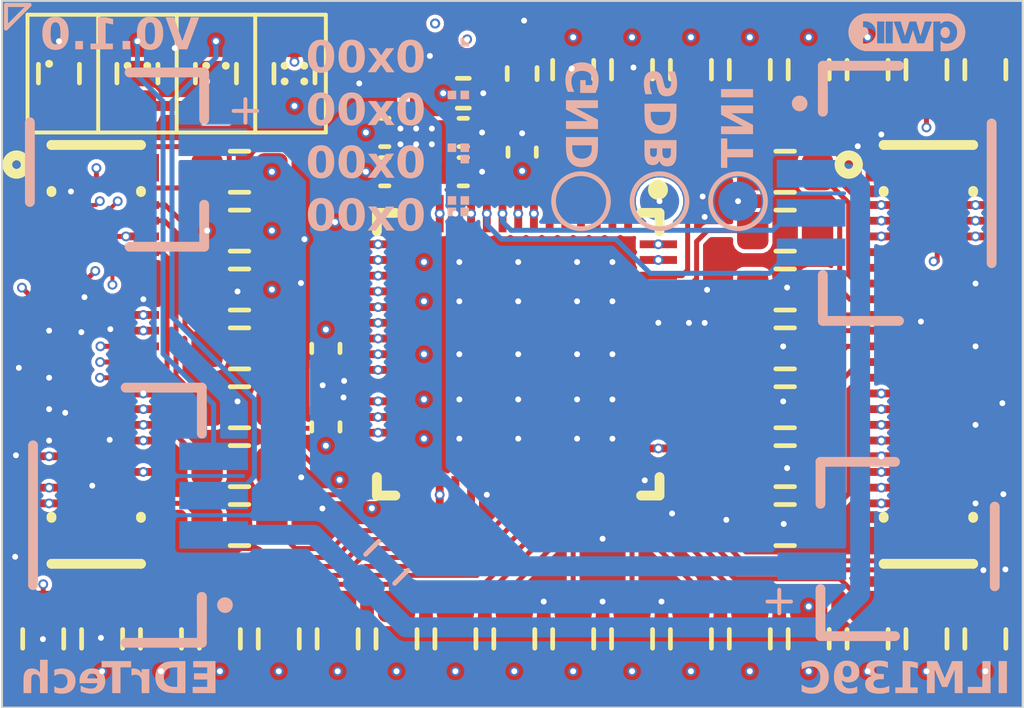
<source format=kicad_pcb>
(kicad_pcb (version 20241229) (generator "pcbnew") (generator_version "9.0")
  (title_block (title "ILM139CD") (date "27.4.2025.") (rev "V0.1.0") (company "EDrTech d.o.o."))
  (layers (0 "F.Cu" signal) (4 "In1.Cu" signal) (6 "In2.Cu" signal) (2 "B.Cu" signal) (13 "F.Paste" user) (15 "B.Paste" user) (5 "F.SilkS" user "F.Silkscreen") (7 "B.SilkS" user "B.Silkscreen") (1 "F.Mask" user) (3 "B.Mask" user) (25 "Edge.Cuts" user))
  (net 0 "")
  (net 1 "SCL")
  (net 2 "GND")
  (net 3 "SDA")
  (net 4 "VCC")
  (net 5 "CS16")
  (net 6 "SW1")
  (net 7 "INTB")
  (net 8 "CS14")
  (net 9 "CS23")
  (net 10 "CS38")
  (net 11 "CS15")
  (net 12 "CS4")
  (net 13 "CS30")
  (net 14 "SW3")
  (net 15 "CS5")
  (net 16 "CS17")
  (net 17 "CS31")
  (net 18 "CS24")
  (net 19 "Net-(U1-ISET)")
  (net 20 "CS10")
  (net 21 "SW5")
  (net 22 "CS2")
  (net 23 "CS12")
  (net 24 "CS37")
  (net 25 "CS29")
  (net 26 "SW2")
  (net 27 "CS34")
  (net 28 "SW7")
  (net 29 "CS39")
  (net 30 "CS26")
  (net 31 "CS28")
  (net 32 "CS20")
  (net 33 "SW9")
  (net 34 "CS1")
  (net 35 "SW4")
  (net 36 "CS32")
  (net 37 "SDB")
  (net 38 "CS3")
  (net 39 "CS22")
  (net 40 "CS19")
  (net 41 "CS36")
  (net 42 "CS27")
  (net 43 "CS9")
  (net 44 "CS33")
  (net 45 "CS13")
  (net 46 "CS18")
  (net 47 "CS25")
  (net 48 "CS8")
  (net 49 "SW8")
  (net 50 "CS11")
  (net 51 "CS21")
  (net 52 "CS7")
  (net 53 "CS6")
  (net 54 "CS35")
  (net 55 "SW6")
  (net 56 "S1")
  (net 57 "S2")
  (net 58 "S3")
  (net 59 "S6")
  (net 60 "S5")
  (net 61 "S4")
  (net 62 "S9")
  (net 63 "S8")
  (net 64 "S7")
  (net 65 "S18")
  (net 66 "S17")
  (net 67 "S16")
  (net 68 "S15")
  (net 69 "S14")
  (net 70 "S13")
  (net 71 "S12")
  (net 72 "S11")
  (net 73 "S10")
  (net 74 "S27")
  (net 75 "S26")
  (net 76 "S25")
  (net 77 "S24")
  (net 78 "S23")
  (net 79 "S22")
  (net 80 "S21")
  (net 81 "S20")
  (net 82 "S19")
  (net 83 "S36")
  (net 84 "S35")
  (net 85 "S34")
  (net 86 "S33")
  (net 87 "S32")
  (net 88 "S31")
  (net 89 "S30")
  (net 90 "S29")
  (net 91 "S28")
  (net 92 "S39")
  (net 93 "S38")
  (net 94 "S37")
  (net 103 "Net-(U1-ADDR)")
  (net 104 "3V3")
  (footprint "Resistor_SMD:R_0603_1608Metric" (layer "F.Cu") (at 109 53.608501 90)
    (property "Reference" "R28" (hide yes))
    (property "Value" "51" (hide yes))
  )
  (footprint "easyeda2kicad:CONN-SMD_40P-P0.40_AXE540127D" (layer "F.Cu") (at 92.35 60.856501 -90)
    (property "Reference" "CN6" (hide yes))
    (property "Value" "AXE540127D" (hide yes))
  )
  (footprint "Resistor_SMD:R_0402_1005Metric" (layer "F.Cu") (at 103.2 53.708501 -90)
    (property "Reference" "R40" (hide yes))
    (property "Value" "100K" (hide yes))
  )
  (footprint "Resistor_SMD:R_0603_1608Metric" (layer "F.Cu") (at 109.9 65.208501)
    (property "Reference" "R21" (hide yes))
    (property "Value" "20" (hide yes))
  )
  (footprint "Resistor_SMD:R_0603_1608Metric" (layer "F.Cu") (at 96 60.708501 180)
    (property "Reference" "R6" (hide yes))
    (property "Value" "20" (hide yes))
  )
  (footprint "Resistor_SMD:R_0603_1608Metric" (layer "F.Cu") (at 109.9 57.708501)
    (property "Reference" "R34" (hide yes))
    (property "Value" "51" (hide yes))
  )
  (footprint "Resistor_SMD:R_0603_1608Metric" (layer "F.Cu") (at 95.5 68.108501 -90)
    (property "Reference" "R17" (hide yes))
    (property "Value" "20" (hide yes))
  )
  (footprint "Resistor_SMD:R_0603_1608Metric" (layer "F.Cu") (at 107.5 68.108501 -90)
    (property "Reference" "R27" (hide yes))
    (property "Value" "20" (hide yes))
  )
  (footprint "Resistor_SMD:R_0603_1608Metric" (layer "F.Cu") (at 109.9 63.708501)
    (property "Reference" "R20" (hide yes))
    (property "Value" "20" (hide yes))
  )
  (footprint "Resistor_SMD:R_0603_1608Metric" (layer "F.Cu") (at 110.5 68.108501 -90)
    (property "Reference" "R25" (hide yes))
    (property "Value" "51" (hide yes))
  )
  (footprint "Resistor_SMD:R_0603_1608Metric" (layer "F.Cu") (at 109.9 56.208501)
    (property "Reference" "R33" (hide yes))
    (property "Value" "20" (hide yes))
  )
  (footprint "Resistor_SMD:R_0603_1608Metric" (layer "F.Cu") (at 91.4 53.708501 90)
    (property "Reference" "R42" (hide yes))
    (property "Value" "0" (hide yes))
  )
  (footprint "Resistor_SMD:R_0603_1608Metric" (layer "F.Cu") (at 94 68.108501 -90)
    (property "Reference" "R18" (hide yes))
    (property "Value" "20" (hide yes))
  )
  (footprint "Capacitor_SMD:C_0402_1005Metric" (layer "F.Cu") (at 98.2 62.708501 -90)
    (property "Reference" "C6" (hide yes))
    (property "Value" "100nF" (hide yes))
  )
  (footprint "Resistor_SMD:R_0603_1608Metric" (layer "F.Cu") (at 101.5 68.108501 -90)
    (property "Reference" "R13" (hide yes))
    (property "Value" "51" (hide yes))
  )
  (footprint "Resistor_SMD:R_0603_1608Metric" (layer "F.Cu") (at 93.4 53.708501 90)
    (property "Reference" "R43" (hide yes))
    (property "Value" "0" (hide yes))
  )
  (footprint "Resistor_SMD:R_0603_1608Metric" (layer "F.Cu") (at 104.5 53.608501 90)
    (property "Reference" "R37" (hide yes))
    (property "Value" "51" (hide yes))
  )
  (footprint "Capacitor_SMD:C_0402_1005Metric" (layer "F.Cu") (at 99.7 56.208501 180)
    (property "Reference" "C3" (hide yes))
    (property "Value" "1uF" (hide yes))
  )
  (footprint "Resistor_SMD:R_0603_1608Metric" (layer "F.Cu") (at 96 63.708501 180)
    (property "Reference" "R4" (hide yes))
    (property "Value" "51" (hide yes))
  )
  (footprint "Resistor_SMD:R_0603_1608Metric" (layer "F.Cu") (at 106 53.608501 90)
    (property "Reference" "R38" (hide yes))
    (property "Value" "20" (hide yes))
  )
  (footprint "Resistor_SMD:R_0603_1608Metric" (layer "F.Cu") (at 112 68.108501 -90)
    (property "Reference" "R24" (hide yes))
    (property "Value" "20" (hide yes))
  )
  (footprint "Resistor_SMD:R_0603_1608Metric" (layer "F.Cu") (at 96 56.208501 180)
    (property "Reference" "R1" (hide yes))
    (property "Value" "20" (hide yes))
  )
  (footprint "Resistor_SMD:R_0603_1608Metric" (layer "F.Cu") (at 96 65.208501 180)
    (property "Reference" "R9" (hide yes))
    (property "Value" "20" (hide yes))
  )
  (footprint "Resistor_SMD:R_0603_1608Metric" (layer "F.Cu") (at 115 68.108501 -90)
    (property "Reference" "R22" (hide yes))
    (property "Value" "51" (hide yes))
  )
  (footprint "Resistor_SMD:R_0603_1608Metric" (layer "F.Cu") (at 112 53.608501 90)
    (property "Reference" "R30" (hide yes))
    (property "Value" "20" (hide yes))
  )
  (footprint "Resistor_SMD:R_0603_1608Metric" (layer "F.Cu") (at 96 57.708501 180)
    (property "Reference" "R2" (hide yes))
    (property "Value" "20" (hide yes))
  )
  (footprint "Resistor_SMD:R_0603_1608Metric" (layer "F.Cu") (at 92.5 68.108501 -90)
    (property "Reference" "R7" (hide yes))
    (property "Value" "51" (hide yes))
  )
  (footprint "easyeda2kicad:QFN-60_L7.0-W7.0-P0.40-TL-EP5.3" (layer "F.Cu") (at 103.1 60.856501 -90)
    (property "Reference" "U1" (hide yes))
    (property "Value" "IS31FL3741A-QFLS4-TR" (hide yes))
  )
  (footprint "Resistor_SMD:R_0603_1608Metric" (layer "F.Cu") (at 109.9 59.208501)
    (property "Reference" "R35" (hide yes))
    (property "Value" "20" (hide yes))
  )
  (footprint "easyeda2kicad:CONN-SMD_40P-P0.40_AXE540127D" (layer "F.Cu") (at 113.55 60.856501 -90)
    (property "Reference" "CN5" (hide yes))
    (property "Value" "AXE540127D" (hide yes))
  )
  (footprint "Capacitor_SMD:C_0402_1005Metric" (layer "F.Cu") (at 101.7 56.208501)
    (property "Reference" "C2" (hide yes))
    (property "Value" "1uF" (hide yes))
  )
  (footprint "Resistor_SMD:R_0603_1608Metric" (layer "F.Cu") (at 100 68.108501 -90)
    (property "Reference" "R14" (hide yes))
    (property "Value" "20" (hide yes))
  )
  (footprint "Capacitor_SMD:C_0402_1005Metric" (layer "F.Cu") (at 101.7 55.208501)
    (property "Reference" "C1" (hide yes))
    (property "Value" "100nF" (hide yes))
  )
  (footprint "Resistor_SMD:R_0603_1608Metric" (layer "F.Cu") (at 109.9 62.208501)
    (property "Reference" "R19" (hide yes))
    (property "Value" "51" (hide yes))
  )
  (footprint "Resistor_SMD:R_0603_1608Metric" (layer "F.Cu") (at 96 62.208501 180)
    (property "Reference" "R5" (hide yes))
    (property "Value" "20" (hide yes))
  )
  (footprint "Resistor_SMD:R_0603_1608Metric" (layer "F.Cu") (at 96 59.208501 180)
    (property "Reference" "R3" (hide yes))
    (property "Value" "51" (hide yes))
  )
  (footprint "Resistor_SMD:R_0603_1608Metric" (layer "F.Cu") (at 110.5 53.608501 90)
    (property "Reference" "R29" (hide yes))
    (property "Value" "20" (hide yes))
  )
  (footprint "Resistor_SMD:R_0402_1005Metric" (layer "F.Cu") (at 101.7 54.208501 180)
    (property "Reference" "R41" (hide yes))
    (property "Value" "10K" (hide yes))
  )
  (footprint "Resistor_SMD:R_0603_1608Metric" (layer "F.Cu") (at 113.5 68.108501 -90)
    (property "Reference" "R23" (hide yes))
    (property "Value" "20" (hide yes))
  )
  (footprint "Resistor_SMD:R_0603_1608Metric" (layer "F.Cu") (at 106 68.108501 -90)
    (property "Reference" "R10" (hide yes))
    (property "Value" "51" (hide yes))
  )
  (footprint "Resistor_SMD:R_0603_1608Metric" (layer "F.Cu") (at 104.5 68.108501 -90)
    (property "Reference" "R11" (hide yes))
    (property "Value" "20" (hide yes))
  )
  (footprint "Resistor_SMD:R_0603_1608Metric" (layer "F.Cu") (at 103 68.108501 -90)
    (property "Reference" "R12" (hide yes))
    (property "Value" "20" (hide yes))
  )
  (footprint "Capacitor_SMD:C_0402_1005Metric" (layer "F.Cu") (at 103.2 55.708501 90)
    (property "Reference" "C7" (hide yes))
    (property "Value" "100nF" (hide yes))
  )
  (footprint "Resistor_SMD:R_0603_1608Metric" (layer "F.Cu") (at 107.5 53.608501 90)
    (property "Reference" "R39" (hide yes))
    (property "Value" "20" (hide yes))
  )
  (footprint "Capacitor_SMD:C_0402_1005Metric" (layer "F.Cu") (at 98.2 60.708501 90)
    (property "Reference" "C5" (hide yes))
    (property "Value" "1uF" (hide yes))
  )
  (footprint "Resistor_SMD:R_0603_1608Metric" (layer "F.Cu") (at 95.4 53.708501 90)
    (property "Reference" "R44" (hide yes))
    (property "Value" "0" (hide yes))
  )
  (footprint "Capacitor_SMD:C_0402_1005Metric" (layer "F.Cu") (at 99.7 55.208501 180)
    (property "Reference" "C4" (hide yes))
    (property "Value" "100nF" (hide yes))
  )
  (footprint "Resistor_SMD:R_0603_1608Metric" (layer "F.Cu") (at 97 68.108501 -90)
    (property "Reference" "R16" (hide yes))
    (property "Value" "51" (hide yes))
  )
  (footprint "Resistor_SMD:R_0603_1608Metric" (layer "F.Cu") (at 109.9 60.708501)
    (property "Reference" "R36" (hide yes))
    (property "Value" "20" (hide yes))
  )
  (footprint "Resistor_SMD:R_0603_1608Metric" (layer "F.Cu") (at 115 53.608501 90)
    (property "Reference" "R32" (hide yes))
    (property "Value" "20" (hide yes))
  )
  (footprint "Resistor_SMD:R_0603_1608Metric" (layer "F.Cu") (at 109 68.108501 -90)
    (property "Reference" "R26" (hide yes))
    (property "Value" "20" (hide yes))
  )
  (footprint "Resistor_SMD:R_0603_1608Metric" (layer "F.Cu") (at 113.5 53.608501 90)
    (property "Reference" "R31" (hide yes))
    (property "Value" "51" (hide yes))
  )
  (footprint "Resistor_SMD:R_0603_1608Metric" (layer "F.Cu") (at 98.5 68.108501 -90)
    (property "Reference" "R15" (hide yes))
    (property "Value" "20" (hide yes))
  )
  (footprint "Resistor_SMD:R_0603_1608Metric" (layer "F.Cu") (at 91 68.108501 -90)
    (property "Reference" "R8" (hide yes))
    (property "Value" "20" (hide yes))
  )
  (footprint "Resistor_SMD:R_0603_1608Metric" (layer "F.Cu") (at 97.4 53.708501 90)
    (property "Reference" "R45" (hide yes))
    (property "Value" "0" (hide yes))
  )
  (footprint "Resistor_SMD:R_0603_1608Metric" (layer "B.Cu") (at 99.75 66.158501 -135)
    (property "Reference" "R46" (hide yes))
    (property "Value" "0" (hide yes))
  )
  (footprint "TestPoint:TestPoint_Pad_D1.0mm" (layer "B.Cu") (at 108.7 56.958501 180)
    (property "Reference" "TP3" (hide yes))
    (property "Value" "TestPoint" (hide yes))
  )
  (footprint "TestPoint:TestPoint_Pad_D1.0mm" (layer "B.Cu") (at 106.7 56.958501 180)
    (property "Reference" "TP1" (hide yes))
    (property "Value" "TestPoint" (hide yes))
  )
  (footprint "TestPoint:TestPoint_Pad_D1.0mm" (layer "B.Cu") (at 104.7 56.958501 180)
    (property "Reference" "TP2" (hide yes))
    (property "Value" "TestPoint" (hide yes))
  )
  (footprint "easyeda2kicad:CONN-SMD_4P-P1.00_HCTL_HC-1.0-4PWT" (layer "B.Cu") (at 112.45 56.758501 -90)
    (property "Reference" "U2" (hide yes))
    (property "Value" "HC-1.0-4PWT-B-HW" (hide yes))
  )
  (footprint "easyeda2kicad:CONN-SMD_HC-1.0-2PWT" (layer "B.Cu") (at 112.45 65.758501 -90)
    (property "Reference" "CN2" (hide yes))
    (property "Value" "HC-1.0-2PWT" (hide yes))
  )
  (footprint "easyeda2kicad:CONN-SMD_HC-1.0-2PWT" (layer "B.Cu") (at 93.45 55.958501 90)
    (property "Reference" "CN1" (hide yes))
    (property "Value" "HC-1.0-2PWT" (hide yes))
  )
  (footprint "easyeda2kicad:CONN-SMD_4P-P1.00_HCTL_HC-1.0-4PWT" (layer "B.Cu") (at 93.45 64.958501 90)
    (property "Reference" "U3" (hide yes))
    (property "Value" "HC-1.0-4PWT-B-HW" (hide yes))
  )
  (footprint "easyeda2kicad:qwiic_3mm" (layer "B.Cu") (at 113 52.65 180)
    (property "Reference" "G***" (hide yes))
    (property "Value" "LOGO" (hide yes))
  )
  (gr_line (start 90.65 51.958501) (end 90.05 52.558501) (stroke (width 0.1)) (layer "F.SilkS"))
  (gr_circle (center 93.65 53.508501) (end 93.7 53.508501) (stroke (width 0.1)) (fill no) (layer "F.SilkS"))
  (gr_line (start 98.2 52.208501) (end 98.2 55.208501) (stroke (width 0.1)) (layer "F.SilkS"))
  (gr_circle (center 97.15 53.908501) (end 97.2 53.908501) (stroke (width 0.1)) (fill no) (layer "F.SilkS"))
  (gr_circle (center 91.15 53.458501) (end 91.2 53.458501) (stroke (width 0.1)) (fill no) (layer "F.SilkS"))
  (gr_line (start 94.4 52.208501) (end 94.4 55.208501) (stroke (width 0.1)) (layer "F.SilkS"))
  (gr_circle (center 95.15 53.908501) (end 95.2 53.908501) (stroke (width 0.1)) (fill no) (layer "F.SilkS"))
  (gr_circle (center 97.65 53.908501) (end 97.7 53.908501) (stroke (width 0.1)) (fill no) (layer "F.SilkS"))
  (gr_line (start 98.2 55.208501) (end 90.6 55.208501) (stroke (width 0.1)) (layer "F.SilkS"))
  (gr_line (start 92.4 52.208501) (end 92.4 55.208501) (stroke (width 0.1)) (layer "F.SilkS"))
  (gr_line (start 90.05 51.958501) (end 90.65 51.958501) (stroke (width 0.1)) (layer "F.SilkS"))
  (gr_circle (center 97.65 53.508501) (end 97.7 53.508501) (stroke (width 0.1)) (fill no) (layer "F.SilkS"))
  (gr_line (start 90.6 55.208501) (end 90.6 52.208501) (stroke (width 0.1)) (layer "F.SilkS"))
  (gr_circle (center 95.65 53.508501) (end 95.7 53.508501) (stroke (width 0.1)) (fill no) (layer "F.SilkS"))
  (gr_line (start 96.4 52.208501) (end 96.4 55.208501) (stroke (width 0.1)) (layer "F.SilkS"))
  (gr_line (start 90.05 52.558501) (end 90.05 51.958501) (stroke (width 0.1)) (layer "F.SilkS"))
  (gr_circle (center 97.15 53.508501) (end 97.2 53.508501) (stroke (width 0.1)) (fill no) (layer "F.SilkS"))
  (gr_line (start 90.6 52.208501) (end 98.2 52.208501) (stroke (width 0.1)) (layer "F.SilkS"))
  (gr_circle (center 95.15 53.508501) (end 95.2 53.508501) (stroke (width 0.1)) (fill no) (layer "F.SilkS"))
  (gr_circle (center 93.15 53.508501) (end 93.2 53.508501) (stroke (width 0.1)) (fill no) (layer "F.SilkS"))
  (gr_line (start 90.05 51.958501) (end 90.65 51.958501) (stroke (width 0.1)) (layer "B.SilkS"))
  (gr_line (start 90.65 51.958501) (end 90.05 52.558501) (stroke (width 0.1)) (layer "B.SilkS"))
  (gr_line (start 109.75 67.458501) (end 109.75 66.858501) (stroke (width 0.1)) (layer "B.SilkS"))
  (gr_line (start 90.05 52.558501) (end 90.05 51.958501) (stroke (width 0.1)) (layer "B.SilkS"))
  (gr_line (start 95.85 54.658501) (end 96.45 54.658501) (stroke (width 0.1)) (layer "B.SilkS"))
  (gr_line (start 96.15 54.958501) (end 96.15 54.358501) (stroke (width 0.1)) (layer "B.SilkS"))
  (gr_line (start 109.45 67.158501) (end 110.05 67.158501) (stroke (width 0.1)) (layer "B.SilkS"))
  (gr_line (start 89.95 51.858501) (end 89.95 69.858501) (stroke (width 0.05)) (layer "Edge.Cuts"))
  (gr_line (start 115.95 51.858501) (end 115.95 69.858501) (stroke (width 0.05)) (layer "Edge.Cuts"))
  (gr_line (start 115.95 69.858501) (end 89.95 69.858501) (stroke (width 0.05)) (layer "Edge.Cuts"))
  (gr_line (start 89.95 51.858501) (end 115.95 51.858501) (stroke (width 0.05)) (layer "Edge.Cuts"))
  (gr_text "SDB" (at 106.8 54.858501 90) (layer "B.SilkS") (effects (font (size 0.8 0.8) (thickness 0.2) (bold yes)) (justify mirror)))
  (gr_text "INT" (at 108.75 55.058501 90) (layer "B.SilkS") (effects (font (size 0.8 0.8) (thickness 0.2) (bold yes)) (justify mirror)))
  (gr_text "⠁ 0x00\n⠉ 0x00\n⠋ 0x00\n⠛ 0x00\n" (at 99.85 55.358501 0) (layer "B.SilkS") (effects (font (size 0.8 0.8) (thickness 0.2) (bold yes)) (justify mirror)))
  (gr_text "ILM139C" (at 112.95 69.158501 0) (layer "B.SilkS") (effects (font (size 0.8 0.8) (thickness 0.2) (bold yes)) (justify mirror)))
  (gr_text "GND" (at 104.8 54.758501 90) (layer "B.SilkS") (effects (font (size 0.8 0.8) (thickness 0.2) (bold yes)) (justify mirror)))
  (gr_text "V0.1.0" (at 92.95 52.758501 0) (layer "B.SilkS") (effects (font (size 0.8 0.8) (thickness 0.2) (bold yes)) (justify mirror)))
  (gr_text "EDrTech" (at 92.95 69.158501 0) (layer "B.SilkS") (effects (font (size 0.8 0.8) (thickness 0.2) (bold yes)) (justify mirror)))
  (via (at 102.3 57.276501) (size 0.25) (drill 0.15) (layers "F.Cu" "B.Cu") (net 1))
  (via (at 100.982 52.433501) (size 0.25) (drill 0.15) (layers "F.Cu" "B.Cu") (net 1))
  (via (at 93.4 52.883501) (size 0.25) (drill 0.15) (layers "F.Cu" "B.Cu") (net 1))
  (segment (start 102.3 57.555) (end 102.3 57.276501) (width 0.127) (layer "B.Cu") (net 1))
  (segment (start 94.0525 54.4145) (end 93.4 53.762) (width 0.127) (layer "B.Cu") (net 1))
  (segment (start 106.460001 58.796001) (end 105.592 57.928) (width 0.127) (layer "B.Cu") (net 1))
  (segment (start 110.025499 58.262501) (end 109.491999 58.796001) (width 0.127) (layer "B.Cu") (net 1))
  (segment (start 109.491999 58.796001) (end 106.460001 58.796001) (width 0.127) (layer "B.Cu") (net 1))
  (segment (start 95.34 62.135) (end 94.0525 60.8475) (width 0.127) (layer "B.Cu") (net 1))
  (segment (start 100.984 52.431501) (end 100.985 52.432501) (width 0.254) (layer "B.Cu") (net 1))
  (segment (start 110.025499 58.258501) (end 110.025499 58.262501) (width 0.127) (layer "B.Cu") (net 1))
  (segment (start 93.4 53.762) (end 93.4 52.883501) (width 0.127) (layer "B.Cu") (net 1))
  (segment (start 100.984 52.431501) (end 100.982 52.433501) (width 0.254) (layer "B.Cu") (net 1))
  (segment (start 95.34 63.458501) (end 95.34 62.135) (width 0.127) (layer "B.Cu") (net 1))
  (segment (start 102.673 57.928) (end 102.3 57.555) (width 0.127) (layer "B.Cu") (net 1))
  (segment (start 94.0525 60.8475) (end 94.0525 54.4145) (width 0.127) (layer "B.Cu") (net 1))
  (segment (start 110.56 58.258501) (end 110.025499 58.258501) (width 0.127) (layer "B.Cu") (net 1))
  (segment (start 105.592 57.928) (end 102.673 57.928) (width 0.127) (layer "B.Cu") (net 1))
  (via (at 103.1 60.856501) (size 0.25) (drill 0.15) (layers "F.Cu" "B.Cu") (net 2))
  (via (at 104.6 60.856501) (size 0.25) (drill 0.15) (layers "F.Cu" "B.Cu") (net 2))
  (via (at 107.85 60.058501) (size 0.25) (drill 0.15) (layers "F.Cu" "B.Cu") (net 2))
  (via (at 106.324 64.069501) (size 0.25) (drill 0.15) (layers "F.Cu" "B.Cu") (net 2))
  (via (at 103.1 58.508501) (size 0.25) (drill 0.15) (layers "F.Cu" "B.Cu") (net 2))
  (via (at 99.05 53.958501) (size 0.25) (drill 0.15) (layers "F.Cu" "B.Cu") (net 2))
  (via (at 111.75 55.558501) (size 0.25) (drill 0.15) (layers "F.Cu" "B.Cu") (net 2))
  (via (at 103.1 63.008501) (size 0.25) (drill 0.15) (layers "F.Cu" "B.Cu") (net 2))
  (via (at 107.798 56.838501) (size 0.25) (drill 0.15) (layers "F.Cu" "B.Cu") (net 2))
  (via (at 107.85 57.358501) (size 0.25) (drill 0.15) (layers "F.Cu" "B.Cu") (net 2))
  (via (at 102.21 54.208501) (size 0.25) (drill 0.15) (layers "F.Cu" "B.Cu") (net 2))
  (via (at 97.572 63.993501) (size 0.25) (drill 0.15) (layers "F.Cu" "B.Cu") (net 2))
  (via (at 103.75 67.158501) (size 0.25) (drill 0.15) (layers "F.Cu" "B.Cu") (net 2))
  (via (at 112.35 55.258501) (size 0.25) (drill 0.15) (layers "F.Cu" "B.Cu") (net 2))
  (via (at 109.95 63.758501) (size 0.25) (drill 0.15) (layers "F.Cu" "B.Cu") (net 2))
  (via (at 104.6 62.008501) (size 0.25) (drill 0.15) (layers "F.Cu" "B.Cu") (net 2))
  (via (at 98.2 60.228501) (size 0.25) (drill 0.15) (layers "F.Cu" "B.Cu") (net 2))
  (via (at 91.4 52.883501) (size 0.25) (drill 0.15) (layers "F.Cu" "B.Cu") (net 2))
  (via (at 103.1 62.008501) (size 0.25) (drill 0.15) (layers "F.Cu" "B.Cu") (net 2))
  (via (at 95.95 62.058501) (size 0.25) (drill 0.15) (layers "F.Cu" "B.Cu") (net 2))
  (via (at 103.1 59.508501) (size 0.25) (drill 0.15) (layers "F.Cu" "B.Cu") (net 2))
  (via (at 91.15 60.256501) (size 0.25) (drill 0.15) (layers "F.Cu" "B.Cu") (net 2))
  (via (at 98.435 57.491501) (size 0.25) (drill 0.15) (layers "F.Cu" "B.Cu") (net 2))
  (via (at 90.305 63.431501) (size 0.25) (drill 0.15) (layers "F.Cu" "B.Cu") (net 2))
  (via (at 101.6 63.008501) (size 0.25) (drill 0.15) (layers "F.Cu" "B.Cu") (net 2))
  (via (at 105.25 67.158501) (size 0.25) (drill 0.15) (layers "F.Cu" "B.Cu") (net 2))
  (via (at 92.05 59.403501) (size 0.25) (drill 0.15) (layers "F.Cu" "B.Cu") (net 2))
  (via (at 92.693 63.037501) (size 0.25) (drill 0.15) (layers "F.Cu" "B.Cu") (net 2))
  (via (at 100.85 53.258501) (size 0.25) (drill 0.15) (layers "F.Cu" "B.Cu") (net 2))
  (via (at 102.18 55.208501) (size 0.25) (drill 0.15) (layers "F.Cu" "B.Cu") (net 2))
  (via (at 101.6 60.856501) (size 0.25) (drill 0.15) (layers "F.Cu" "B.Cu") (net 2))
  (via (at 106.036 53.553501) (size 0.25) (drill 0.15) (layers "F.Cu" "B.Cu") (net 2))
  (via (at 104.462 53.579501) (size 0.25) (drill 0.15) (layers "F.Cu" "B.Cu") (net 2))
  (via (at 90.992 68.114501) (size 0.25) (drill 0.15) (layers "F.Cu" "B.Cu") (net 2))
  (via (at 105.5 60.856501) (size 0.25) (drill 0.15) (layers "F.Cu" "B.Cu") (net 2))
  (via (at 98.55 64.058501) (size 0.25) (drill 0.15) (layers "F.Cu" "B.Cu") (net 2))
  (via (at 100.7 60.856501) (size 0.25) (drill 0.15) (layers "F.Cu" "B.Cu") (net 2))
  (via (at 101.6 59.508501) (size 0.25) (drill 0.15) (layers "F.Cu" "B.Cu") (net 2))
  (via (at 98.112 64.786501) (size 0.25) (drill 0.15) (layers "F.Cu" "B.Cu") (net 2))
  (via (at 105.5 59.508501) (size 0.25) (drill 0.15) (layers "F.Cu" "B.Cu") (net 2))
  (via (at 97.654 57.927501) (size 0.25) (drill 0.15) (layers "F.Cu" "B.Cu") (net 2))
  (via (at 114.75 62.656501) (size 0.25) (drill 0.15) (layers "F.Cu" "B.Cu") (net 2))
  (via (at 100.7 62.008501) (size 0.25) (drill 0.15) (layers "F.Cu" "B.Cu") (net 2))
  (via (at 104.6 59.508501) (size 0.25) (drill 0.15) (layers "F.Cu" "B.Cu") (net 2))
  (via (at 91.972 60.295501) (size 0.25) (drill 0.15) (layers "F.Cu" "B.Cu") (net 2))
  (via (at 93.55 59.456501) (size 0.25) (drill 0.15) (layers "F.Cu" "B.Cu") (net 2))
  (via (at 94.35 53.058501) (size 0.25) (drill 0.15) (layers "F.Cu" "B.Cu") (net 2))
  (via (at 107.911 59.216501) (size 0.25) (drill 0.15) (layers "F.Cu" "B.Cu") (net 2))
  (via (at 91.56 62.348501) (size 0.25) (drill 0.15) (layers "F.Cu" "B.Cu") (net 2))
  (via (at 103.2 55.228501) (size 0.25) (drill 0.15) (layers "F.Cu" "B.Cu") (net 2))
  (via (at 95.95 59.258501) (size 0.25) (drill 0.15) (layers "F.Cu" "B.Cu") (net 2))
  (via (at 105.5 58.508501) (size 0.25) (drill 0.15) (layers "F.Cu" "B.Cu") (net 2))
  (via (at 107.02 64.914501) (size 0.25) (drill 0.15) (layers "F.Cu" "B.Cu") (net 2))
  (via (at 103.25 52.358501) (size 0.25) (drill 0.15) (layers "F.Cu" "B.Cu") (net 2))
  (via (at 109.864 65.180501) (size 0.25) (drill 0.15) (layers "F.Cu" "B.Cu") (net 2))
  (via (at 105.25 65.558501) (size 0.25) (drill 0.15) (layers "F.Cu" "B.Cu") (net 2))
  (via (at 101.5 57.276501) (size 0.25) (drill 0.15) (layers "F.Cu" "B.Cu") (net 2))
  (via (at 115.459 64.422501) (size 0.25) (drill 0.15) (layers "F.Cu" "B.Cu") (net 2))
  (via (at 100.7 59.508501) (size 0.25) (drill 0.15) (layers "F.Cu" "B.Cu") (net 2))
  (via (at 101.6 58.508501) (size 0.25) (drill 0.15) (layers "F.Cu" "B.Cu") (net 2))
  (via (at 99.372 64.781501) (size 0.25) (drill 0.15) (layers "F.Cu" "B.Cu") (net 2))
  (via (at 91.707 56.712501) (size 0.25) (drill 0.15) (layers "F.Cu" "B.Cu") (net 2))
  (via (at 115.511 66.339501) (size 0.25) (drill 0.15) (layers "F.Cu" "B.Cu") (net 2))
  (via (at 107.45 60.058501) (size 0.25) (drill 0.15) (layers "F.Cu" "B.Cu") (net 2))
  (via (at 100.7 58.508501) (size 0.25) (drill 0.15) (layers "F.Cu" "B.Cu") (net 2))
  (via (at 114.95 66.358501) (size 0.25) (drill 0.15) (layers "F.Cu" "B.Cu") (net 2))
  (via (at 108.401 65.076501) (size 0.25) (drill 0.15) (layers "F.Cu" "B.Cu") (net 2))
  (via (at 109.85 60.658501) (size 0.25) (drill 0.15) (layers "F.Cu" "B.Cu") (net 2))
  (via (at 100.7 63.008501) (size 0.25) (drill 0.15) (layers "F.Cu" "B.Cu") (net 2))
  (via (at 90.285 66.016501) (size 0.25) (drill 0.15) (layers "F.Cu" "B.Cu") (net 2))
  (via (at 99.22 55.208501) (size 0.25) (drill 0.15) (layers "F.Cu" "B.Cu") (net 2))
  (via (at 102.3 64.436501) (size 0.25) (drill 0.15) (layers "F.Cu" "B.Cu") (net 2))
  (via (at 114.75 59.056501) (size 0.25) (drill 0.15) (layers "F.Cu" "B.Cu") (net 2))
  (via (at 102.18 56.208501) (size 0.25) (drill 0.15) (layers "F.Cu" "B.Cu") (net 2))
  (via (at 115.434 62.104501) (size 0.25) (drill 0.15) (layers "F.Cu" "B.Cu") (net 2))
  (via (at 105.5 62.008501) (size 0.25) (drill 0.15) (layers "F.Cu" "B.Cu") (net 2))
  (via (at 91.15 63.056501) (size 0.25) (drill 0.15) (layers "F.Cu" "B.Cu") (net 2))
  (via (at 105.5 63.008501) (size 0.25) (drill 0.15) (layers "F.Cu" "B.Cu") (net 2))
  (via (at 99.22 56.208501) (size 0.25) (drill 0.15) (layers "F.Cu" "B.Cu") (net 2))
  (via (at 109.95 59.158501) (size 0.25) (drill 0.15) (layers "F.Cu" "B.Cu") (net 2))
  (via (at 114.75 60.656501) (size 0.25) (drill 0.15) (layers "F.Cu" "B.Cu") (net 2))
  (via (at 91.15 61.456501) (size 0.25) (drill 0.15) (layers "F.Cu" "B.Cu") (net 2))
  (via (at 114.75 64.656501) (size 0.25) (drill 0.15) (layers "F.Cu" "B.Cu") (net 2))
  (via (at 106.75 67.158501) (size 0.25) (drill 0.15) (layers "F.Cu" "B.Cu") (net 2))
  (via (at 109.85 62.058501) (size 0.25) (drill 0.15) (layers "F.Cu" "B.Cu") (net 2))
  (via (at 113.359 60.025501) (size 0.25) (drill 0.15) (layers "F.Cu" "B.Cu") (net 2))
  (via (at 92.47 68.082501) (size 0.25) (drill 0.15) (layers "F.Cu" "B.Cu") (net 2))
  (via (at 98.2 63.188501) (size 0.25) (drill 0.15) (layers "F.Cu" "B.Cu") (net 2))
  (via (at 101.6 62.008501) (size 0.25) (drill 0.15) (layers "F.Cu" "B.Cu") (net 2))
  (via (at 97.565 59.044501) (size 0.25) (drill 0.15) (layers "F.Cu" "B.Cu") (net 2))
  (via (at 106.67 60.056501) (size 0.25) (drill 0.15) (layers "F.Cu" "B.Cu") (net 2))
  (via (at 90.379 61.204501) (size 0.25) (drill 0.15) (layers "F.Cu" "B.Cu") (net 2))
  (via (at 92.71 60.218501) (size 0.25) (drill 0.15) (layers "F.Cu" "B.Cu") (net 2))
  (via (at 91.15 62.256501) (size 0.25) (drill 0.15) (layers "F.Cu" "B.Cu") (net 2))
  (via (at 92.249 64.206501) (size 0.25) (drill 0.15) (layers "F.Cu" "B.Cu") (net 2))
  (via (at 104.6 58.508501) (size 0.25) (drill 0.15) (layers "F.Cu" "B.Cu") (net 2))
  (via (at 104.6 63.008501) (size 0.25) (drill 0.15) (layers "F.Cu" "B.Cu") (net 2))
  (via (at 101.799 52.835501) (size 0.25) (drill 0.15) (layers "F.Cu" "B.Cu") (net 3))
  (via (at 102.7 57.276501) (size 0.25) (drill 0.15) (layers "F.Cu" "B.Cu") (net 3))
  (via (at 95.4 52.883501) (size 0.25) (drill 0.15) (layers "F.Cu" "B.Cu") (net 3))
  (segment (start 95.4 53.298) (end 94.2805 54.4175) (width 0.127) (layer "B.Cu") (net 3))
  (segment (start 102.7 57.481) (end 102.919 57.7) (width 0.127) (layer "B.Cu") (net 3))
  (segment (start 102.7 57.276501) (end 102.7 57.481) (width 0.127) (layer "B.Cu") (net 3))
  (segment (start 109.586 57.7) (end 110.027499 57.258501) (width 0.127) (layer "B.Cu") (net 3))
  (segment (start 101.799 52.835501) (end 101.799 52.770375) (width 0.127) (layer "B.Cu") (net 3))
  (segment (start 94.2805 54.4175) (end 94.2805 59.908875) (width 0.127) (layer "B.Cu") (net 3))
  (segment (start 95.4 52.883501) (end 95.4 53.298) (width 0.127) (layer "B.Cu") (net 3))
  (segment (start 95.894 64.458501) (end 95.34 64.458501) (width 0.127) (layer "B.Cu") (net 3))
  (segment (start 96.3795 62.007875) (end 96.3795 63.973001) (width 0.127) (layer "B.Cu") (net 3))
  (segment (start 96.3795 63.973001) (end 95.894 64.458501) (width 0.127) (layer "B.Cu") (net 3))
  (segment (start 110.027499 57.258501) (end 110.56 57.258501) (width 0.127) (layer "B.Cu") (net 3))
  (segment (start 102.919 57.7) (end 109.586 57.7) (width 0.127) (layer "B.Cu") (net 3))
  (segment (start 95.4 52.883501) (end 95.4 52.865) (width 0.127) (layer "B.Cu") (net 3))
  (segment (start 94.2805 59.908875) (end 96.3795 62.007875) (width 0.127) (layer "B.Cu") (net 3))
  (segment (start 100.18 55.208501) (end 100.18 54.135501) (width 0.127) (layer "F.Cu") (net 4))
  (segment (start 97.4 52.883501) (end 97.4 53.408501) (width 0.2032) (layer "F.Cu") (net 4))
  (segment (start 100.18 54.135501) (end 100.599 53.716501) (width 0.127) (layer "F.Cu") (net 4))
  (segment (start 102.682 53.716501) (end 103.2 53.198501) (width 0.127) (layer "F.Cu") (net 4))
  (segment (start 100.599 53.716501) (end 102.682 53.716501) (width 0.127) (layer "F.Cu") (net 4))
  (via (at 100.5 55.508501) (size 0.25) (drill 0.15) (layers "F.Cu" "B.Cu") (net 4))
  (via (at 98.665 61.536501) (size 0.25) (drill 0.15) (layers "F.Cu" "B.Cu") (net 4))
  (via (at 100.1 55.508501) (size 0.25) (drill 0.15) (layers "F.Cu" "B.Cu") (net 4))
  (via (at 98.65 61.958501) (size 0.25) (drill 0.15) (layers "F.Cu" "B.Cu") (net 4))
  (via (at 100.9 55.508501) (size 0.25) (drill 0.15) (layers "F.Cu" "B.Cu") (net 4))
  (via (at 100.9 55.108501) (size 0.25) (drill 0.15) (layers "F.Cu" "B.Cu") (net 4))
  (via (at 97.4 53.408501) (size 0.25) (drill 0.15) (layers "F.Cu" "B.Cu") (net 4))
  (via (at 98.119 61.648501) (size 0.25) (drill 0.15) (layers "F.Cu" "B.Cu") (net 4))
  (via (at 100.5 55.108501) (size 0.25) (drill 0.15) (layers "F.Cu" "B.Cu") (net 4))
  (via (at 100.1 55.108501) (size 0.25) (drill 0.15) (layers "F.Cu" "B.Cu") (net 4))
  (segment (start 100.9 55.936967) (end 100.564233 56.272734) (width 0.508) (layer "B.Cu") (net 4))
  (segment (start 98.95 57.886967) (end 98.95 60.658501) (width 0.508) (layer "B.Cu") (net 4))
  (segment (start 95.32 55.458501) (end 98.220466 55.458501) (width 0.508) (layer "B.Cu") (net 4))
  (segment (start 98.65 61.551501) (end 98.65 61.958501) (width 0.508) (layer "B.Cu") (net 4))
  (segment (start 110.58 66.258501) (end 101.734 66.258501) (width 0.508) (layer "B.Cu") (net 4))
  (segment (start 98.95 62.258501) (end 98.95 61.358501) (width 0.508) (layer "B.Cu") (net 4))
  (segment (start 98.220466 55.458501) (end 99.000466 54.678501) (width 0.508) (layer "B.Cu") (net 4))
  (segment (start 100.1 56.736967) (end 98.95 57.886967) (width 0.508) (layer "B.Cu") (net 4))
  (segment (start 98.95 61.358501) (end 98.772 61.536501) (width 0.508) (layer "B.Cu") (net 4))
  (segment (start 101.734 66.258501) (end 98.95 63.474501) (width 0.508) (layer "B.Cu") (net 4))
  (segment (start 100.1 55.108501) (end 100.1 55.508501) (width 0.508) (layer "B.Cu") (net 4))
  (segment (start 98.119 61.648501) (end 98.129 61.658501) (width 0.508) (layer "B.Cu") (net 4))
  (segment (start 98.119 61.727501) (end 98.35 61.958501) (width 0.508) (layer "B.Cu") (net 4))
  (segment (start 98.129 61.658501) (end 98.543 61.658501) (width 0.508) (layer "B.Cu") (net 4))
  (segment (start 100.1 55.108501) (end 100.9 55.108501) (width 0.508) (layer "B.Cu") (net 4))
  (segment (start 98.543 61.658501) (end 98.665 61.536501) (width 0.508) (layer "B.Cu") (net 4))
  (segment (start 98.119 61.727501) (end 98.95 62.558501) (width 0.508) (layer "B.Cu") (net 4))
  (segment (start 100.47 54.678501) (end 100.9 55.108501) (width 0.508) (layer "B.Cu") (net 4))
  (segment (start 98.95 60.758501) (end 98.95 60.658501) (width 0.508) (layer "B.Cu") (net 4))
  (segment (start 98.772 61.536501) (end 98.665 61.536501) (width 0.508) (layer "B.Cu") (net 4))
  (segment (start 98.119 61.648501) (end 98.119 61.589501) (width 0.508) (layer "B.Cu") (net 4))
  (segment (start 98.95 62.258501) (end 98.65 61.958501) (width 0.508) (layer "B.Cu") (net 4))
  (segment (start 100.1 55.508501) (end 100.1 55.958501) (width 0.508) (layer "B.Cu") (net 4))
  (segment (start 99.67 54.678501) (end 100.47 54.678501) (width 0.508) (layer "B.Cu") (net 4))
  (segment (start 98.95 63.474501) (end 98.95 62.558501) (width 0.508) (layer "B.Cu") (net 4))
  (segment (start 100.1 55.958501) (end 100.1 56.736967) (width 0.508) (layer "B.Cu") (net 4))
  (segment (start 98.95 62.558501) (end 98.95 62.258501) (width 0.508) (layer "B.Cu") (net 4))
  (segment (start 100.564233 56.272734) (end 100.1 56.736967) (width 0.508) (layer "B.Cu") (net 4))
  (segment (start 98.119 61.589501) (end 98.95 60.758501) (width 0.508) (layer "B.Cu") (net 4))
  (segment (start 100.5 56.208501) (end 100.564233 56.272734) (width 0.508) (layer "B.Cu") (net 4))
  (segment (start 100.9 55.508501) (end 100.9 55.936967) (width 0.508) (layer "B.Cu") (net 4))
  (segment (start 99.67 54.678501) (end 100.1 55.108501) (width 0.508) (layer "B.Cu") (net 4))
  (segment (start 98.35 61.958501) (end 98.65 61.958501) (width 0.508) (layer "B.Cu") (net 4))
  (segment (start 100.9 55.508501) (end 100.55 55.508501) (width 0.508) (layer "B.Cu") (net 4))
  (segment (start 98.119 61.648501) (end 98.119 61.727501) (width 0.508) (layer "B.Cu") (net 4))
  (segment (start 100.55 55.508501) (end 100.1 55.958501) (width 0.508) (layer "B.Cu") (net 4))
  (segment (start 98.665 61.536501) (end 98.65 61.551501) (width 0.508) (layer "B.Cu") (net 4))
  (segment (start 99.000466 54.678501) (end 99.67 54.678501) (width 0.508) (layer "B.Cu") (net 4))
  (segment (start 100.9 55.508501) (end 100.9 55.108501) (width 0.508) (layer "B.Cu") (net 4))
  (segment (start 98.95 60.658501) (end 98.95 61.358501) (width 0.508) (layer "B.Cu") (net 4))
  (segment (start 100.5 55.508501) (end 100.5 56.208501) (width 0.508) (layer "B.Cu") (net 4))
  (segment (start 103 66.733501) (end 103 67.283501) (width 0.127) (layer "F.Cu") (net 5))
  (segment (start 104.7 64.436501) (end 104.7 65.033501) (width 0.127) (layer "F.Cu") (net 5))
  (segment (start 104.7 65.033501) (end 103 66.733501) (width 0.127) (layer "F.Cu") (net 5))
  (segment (start 92.763 58.712467) (end 92.763 59.087501) (width 0.1) (layer "F.Cu") (net 6))
  (segment (start 91.15 58.256501) (end 92.307034 58.256501) (width 0.1) (layer "F.Cu") (net 6))
  (segment (start 92.307034 58.256501) (end 92.763 58.712467) (width 0.1) (layer "F.Cu") (net 6))
  (via (at 99.53 58.056501) (size 0.25) (drill 0.15) (layers "F.Cu" "B.Cu") (net 6))
  (via (at 92.763 59.087501) (size 0.25) (drill 0.15) (layers "F.Cu" "B.Cu") (net 6))
  (via (at 103.5 57.276501) (size 0.25) (drill 0.15) (layers "F.Cu" "B.Cu") (net 7))
  (via (at 108.7 56.958501) (size 0.25) (drill 0.15) (layers "F.Cu" "B.Cu") (net 7))
  (segment (start 103.9 64.436501) (end 103.9 65.042501) (width 0.127) (layer "F.Cu") (net 8))
  (segment (start 103.9 65.042501) (end 102.2235 66.719001) (width 0.127) (layer "F.Cu") (net 8))
  (segment (start 100.5645 66.719001) (end 100 67.283501) (width 0.127) (layer "F.Cu") (net 8))
  (segment (start 102.2235 66.719001) (end 100.5645 66.719001) (width 0.127) (layer "F.Cu") (net 8))
  (segment (start 112.5655 66.349001) (end 113.5 67.283501) (width 0.127) (layer "F.Cu") (net 9))
  (segment (start 107.8265 65.465121) (end 108.71038 66.349001) (width 0.127) (layer "F.Cu") (net 9))
  (segment (start 107.8265 62.596501) (end 107.8265 65.465121) (width 0.127) (layer "F.Cu") (net 9))
  (segment (start 108.71038 66.349001) (end 112.5655 66.349001) (width 0.127) (layer "F.Cu") (net 9))
  (segment (start 106.67 62.456501) (end 107.6865 62.456501) (width 0.127) (layer "F.Cu") (net 9))
  (segment (start 107.6865 62.456501) (end 107.8265 62.596501) (width 0.127) (layer "F.Cu") (net 9))
  (segment (start 104.3 57.276501) (end 104.3 56.133501) (width 0.127) (layer "F.Cu") (net 10))
  (segment (start 104.3 56.133501) (end 106 54.433501) (width 0.127) (layer "F.Cu") (net 10))
  (segment (start 104.3 64.987479) (end 102.340478 66.947001) (width 0.127) (layer "F.Cu") (net 11))
  (segment (start 104.3 64.436501) (end 104.3 64.987479) (width 0.127) (layer "F.Cu") (net 11))
  (segment (start 102.064 66.947001) (end 101.8365 66.947001) (width 0.127) (layer "F.Cu") (net 11))
  (segment (start 101.758 67.283501) (end 101.5 67.283501) (width 0.127) (layer "F.Cu") (net 11))
  (segment (start 102.064 66.947001) (end 102.064 66.977501) (width 0.127) (layer "F.Cu") (net 11))
  (segment (start 101.8365 66.947001) (end 101.5 67.283501) (width 0.127) (layer "F.Cu") (net 11))
  (segment (start 102.340478 66.947001) (end 102.064 66.947001) (width 0.127) (layer "F.Cu") (net 11))
  (segment (start 102.064 66.977501) (end 101.758 67.283501) (width 0.127) (layer "F.Cu") (net 11))
  (segment (start 99.53 63.256501) (end 99.012508 63.256501) (width 0.127) (layer "F.Cu") (net 12))
  (segment (start 98.500008 62.744001) (end 97.64894 62.744001) (width 0.127) (layer "F.Cu") (net 12))
  (segment (start 97.3895 61.273001) (end 96.825 60.708501) (width 0.127) (layer "F.Cu") (net 12))
  (segment (start 97.3895 62.484561) (end 97.3895 61.273001) (width 0.127) (layer "F.Cu") (net 12))
  (segment (start 97.64894 62.744001) (end 97.3895 62.484561) (width 0.127) (layer "F.Cu") (net 12))
  (segment (start 99.012508 63.256501) (end 98.500008 62.744001) (width 0.127) (layer "F.Cu") (net 12))
  (segment (start 107.644 58.931501) (end 107.319 59.256501) (width 0.127) (layer "F.Cu") (net 13))
  (segment (start 109.075 57.708501) (end 107.921 57.708501) (width 0.127) (layer "F.Cu") (net 13))
  (segment (start 107.921 57.708501) (end 107.644 57.985501) (width 0.127) (layer "F.Cu") (net 13))
  (segment (start 107.644 57.985501) (end 107.644 58.931501) (width 0.127) (layer "F.Cu") (net 13))
  (segment (start 107.319 59.256501) (end 106.67 59.256501) (width 0.127) (layer "F.Cu") (net 13))
  (segment (start 91.15 57.056501) (end 92.341998 57.056501) (width 0.1) (layer "F.Cu") (net 14))
  (segment (start 92.341998 57.056501) (end 92.442 56.956499) (width 0.1) (layer "F.Cu") (net 14))
  (via (at 99.53 58.856501) (size 0.25) (drill 0.15) (layers "F.Cu" "B.Cu") (net 14))
  (via (at 92.442 56.956499) (size 0.25) (drill 0.15) (layers "F.Cu" "B.Cu") (net 14))
  (segment (start 97.16 62.95662) (end 97.859881 63.656501) (width 0.127) (layer "F.Cu") (net 15))
  (segment (start 97.16 62.543501) (end 97.16 62.799501) (width 0.127) (layer "F.Cu") (net 15))
  (segment (start 97.859881 63.656501) (end 99.53 63.656501) (width 0.127) (layer "F.Cu") (net 15))
  (segment (start 96.825 62.208501) (end 97.16 62.543501) (width 0.127) (layer "F.Cu") (net 15))
  (segment (start 96.825 62.459501) (end 96.825 62.208501) (width 0.127) (layer "F.Cu") (net 15))
  (segment (start 97.16 62.799501) (end 97.16 62.794501) (width 0.127) (layer "F.Cu") (net 15))
  (segment (start 97.16 62.799501) (end 97.16 62.95662) (width 0.127) (layer "F.Cu") (net 15))
  (segment (start 97.16 62.794501) (end 96.825 62.459501) (width 0.127) (layer "F.Cu") (net 15))
  (segment (start 105.1 65.044501) (end 104.5 65.644501) (width 0.127) (layer "F.Cu") (net 16))
  (segment (start 105.1 64.436501) (end 105.1 65.044501) (width 0.127) (layer "F.Cu") (net 16))
  (segment (start 104.5 65.644501) (end 104.5 67.283501) (width 0.127) (layer "F.Cu") (net 16))
  (segment (start 106.67 58.856501) (end 107.273 58.856501) (width 0.127) (layer "F.Cu") (net 17))
  (segment (start 107.273 58.856501) (end 107.416 58.713501) (width 0.127) (layer "F.Cu") (net 17))
  (segment (start 107.416 58.713501) (end 107.416 56.720501) (width 0.127) (layer "F.Cu") (net 17))
  (segment (start 107.416 56.720501) (end 107.928 56.208501) (width 0.127) (layer "F.Cu") (net 17))
  (segment (start 107.928 56.208501) (end 109.075 56.208501) (width 0.127) (layer "F.Cu") (net 17))
  (segment (start 108.0545 62.308001) (end 108.0545 65.370681) (width 0.127) (layer "F.Cu") (net 18))
  (segment (start 108.80482 66.121001) (end 113.8375 66.121001) (width 0.127) (layer "F.Cu") (net 18))
  (segment (start 108.0545 65.370681) (end 108.80482 66.121001) (width 0.127) (layer "F.Cu") (net 18))
  (segment (start 107.803 62.056501) (end 108.0545 62.308001) (width 0.127) (layer "F.Cu") (net 18))
  (segment (start 106.67 62.056501) (end 107.803 62.056501) (width 0.127) (layer "F.Cu") (net 18))
  (segment (start 113.8375 66.121001) (end 115 67.283501) (width 0.127) (layer "F.Cu") (net 18))
  (via (at 101.1 57.276501) (size 0.25) (drill 0.15) (layers "F.Cu" "B.Cu") (net 19))
  (via (at 101.19 54.208501) (size 0.25) (drill 0.15) (layers "F.Cu" "B.Cu") (net 19))
  (segment (start 94.5645 66.719001) (end 94 67.283501) (width 0.127) (layer "F.Cu") (net 20))
  (segment (start 96.19806 66.263001) (end 95.74206 66.719001) (width 0.127) (layer "F.Cu") (net 20))
  (segment (start 99.0005 65.807001) (end 98.5445 66.263001) (width 0.127) (layer "F.Cu") (net 20))
  (segment (start 98.5445 66.263001) (end 96.19806 66.263001) (width 0.127) (layer "F.Cu") (net 20))
  (segment (start 101.1435 65.807001) (end 99.0005 65.807001) (width 0.127) (layer "F.Cu") (net 20))
  (segment (start 101.9 64.436501) (end 101.9 65.050501) (width 0.127) (layer "F.Cu") (net 20))
  (segment (start 95.74206 66.719001) (end 94.5645 66.719001) (width 0.127) (layer "F.Cu") (net 20))
  (segment (start 101.9 65.050501) (end 101.1435 65.807001) (width 0.127) (layer "F.Cu") (net 20))
  (segment (start 91.15 59.856501) (end 93.55 59.856501) (width 0.127) (layer "F.Cu") (net 21))
  (via (at 93.55 59.856501) (size 0.25) (drill 0.15) (layers "F.Cu" "B.Cu") (net 21))
  (via (at 99.53 59.656501) (size 0.25) (drill 0.15) (layers "F.Cu" "B.Cu") (net 21))
  (via (at 99.53 62.456501) (size 0.25) (drill 0.15) (layers "F.Cu" "B.Cu") (net 22))
  (via (at 96.825 57.708501) (size 0.25) (drill 0.15) (layers "F.Cu" "B.Cu") (net 22))
  (segment (start 97.5645 66.719001) (end 97 67.283501) (width 0.127) (layer "F.Cu") (net 23))
  (segment (start 103.1 64.436501) (end 103.1 65.044501) (width 0.127) (layer "F.Cu") (net 23))
  (segment (start 98.742059 66.719001) (end 97.5645 66.719001) (width 0.127) (layer "F.Cu") (net 23))
  (segment (start 99.198059 66.263001) (end 98.742059 66.719001) (width 0.127) (layer "F.Cu") (net 23))
  (segment (start 101.8815 66.263001) (end 99.198059 66.263001) (width 0.127) (layer "F.Cu") (net 23))
  (segment (start 103.1 65.044501) (end 101.8815 66.263001) (width 0.127) (layer "F.Cu") (net 23))
  (segment (start 104.7 57.276501) (end 104.7 56.148501) (width 0.127) (layer "F.Cu") (net 24))
  (segment (start 104.7 56.148501) (end 105.8505 54.998001) (width 0.127) (layer "F.Cu") (net 24))
  (segment (start 105.8505 54.998001) (end 106.9355 54.998001) (width 0.127) (layer "F.Cu") (net 24))
  (segment (start 106.9355 54.998001) (end 107.5 54.433501) (width 0.127) (layer "F.Cu") (net 24))
  (segment (start 108.526 59.208501) (end 109.075 59.208501) (width 0.127) (layer "F.Cu") (net 25))
  (segment (start 108.078 59.656501) (end 108.526 59.208501) (width 0.127) (layer "F.Cu") (net 25))
  (segment (start 106.67 59.656501) (end 108.078 59.656501) (width 0.127) (layer "F.Cu") (net 25))
  (segment (start 91.15 57.456501) (end 92.401694 57.456501) (width 0.1) (layer "F.Cu") (net 26))
  (segment (start 92.401694 57.456501) (end 92.897998 56.960197) (width 0.1) (layer "F.Cu") (net 26))
  (via (at 92.897998 56.960197) (size 0.25) (drill 0.15) (layers "F.Cu" "B.Cu") (net 26))
  (via (at 99.53 58.456501) (size 0.25) (drill 0.15) (layers "F.Cu" "B.Cu") (net 26))
  (segment (start 112 54.433501) (end 111.2075 55.226001) (width 0.127) (layer "F.Cu") (net 27))
  (segment (start 111.2075 55.226001) (end 108.85238 55.226001) (width 0.127) (layer "F.Cu") (net 27))
  (segment (start 108.85238 55.226001) (end 108.624381 55.454001) (width 0.127) (layer "F.Cu") (net 27))
  (segment (start 106.3665 55.682001) (end 105.9 56.148501) (width 0.127) (layer "F.Cu") (net 27))
  (segment (start 108.39638 55.682001) (end 106.3665 55.682001) (width 0.127) (layer "F.Cu") (net 27))
  (segment (start 105.9 56.148501) (end 105.9 57.276501) (width 0.127) (layer "F.Cu") (net 27))
  (segment (start 108.624381 55.454001) (end 108.39638 55.682001) (width 0.127) (layer "F.Cu") (net 27))
  (segment (start 91.15 63.856501) (end 93.55 63.856501) (width 0.127) (layer "F.Cu") (net 28))
  (via (at 93.55 63.856501) (size 0.25) (drill 0.15) (layers "F.Cu" "B.Cu") (net 28))
  (via (at 99.53 60.456501) (size 0.25) (drill 0.15) (layers "F.Cu" "B.Cu") (net 28))
  (segment (start 104.5 55.535501) (end 104.5 54.433501) (width 0.127) (layer "F.Cu") (net 29))
  (segment (start 103.9 56.135501) (end 104.5 55.535501) (width 0.127) (layer "F.Cu") (net 29))
  (segment (start 103.9 57.276501) (end 103.9 56.135501) (width 0.127) (layer "F.Cu") (net 29))
  (segment (start 108.5105 63.144001) (end 109.075 63.708501) (width 0.127) (layer "F.Cu") (net 30))
  (segment (start 107.80056 61.256501) (end 108.5105 61.966441) (width 0.127) (layer "F.Cu") (net 30))
  (segment (start 106.67 61.256501) (end 107.80056 61.256501) (width 0.127) (layer "F.Cu") (net 30))
  (segment (start 108.5105 61.966441) (end 108.5105 63.144001) (width 0.127) (layer "F.Cu") (net 30))
  (segment (start 108.109 60.456501) (end 108.361 60.708501) (width 0.127) (layer "F.Cu") (net 31))
  (segment (start 108.361 60.708501) (end 109.075 60.708501) (width 0.127) (layer "F.Cu") (net 31))
  (segment (start 106.67 60.456501) (end 108.109 60.456501) (width 0.127) (layer "F.Cu") (net 31))
  (segment (start 107.3705 65.654001) (end 109 67.283501) (width 0.127) (layer "F.Cu") (net 32))
  (segment (start 107.3705 63.799001) (end 107.3705 65.654001) (width 0.127) (layer "F.Cu") (net 32))
  (segment (start 107.228 63.656501) (end 107.3705 63.799001) (width 0.127) (layer "F.Cu") (net 32))
  (segment (start 106.67 63.656501) (end 107.228 63.656501) (width 0.127) (layer "F.Cu") (net 32))
  (via (at 91.15 64.256501) (size 0.25) (drill 0.15) (layers "F.Cu" "B.Cu") (net 33))
  (via (at 99.53 61.256501) (size 0.25) (drill 0.15) (layers "F.Cu" "B.Cu") (net 33))
  (via (at 99.53 62.056501) (size 0.25) (drill 0.15) (layers "F.Cu" "B.Cu") (net 34))
  (via (at 96.825 56.208501) (size 0.25) (drill 0.15) (layers "F.Cu" "B.Cu") (net 34))
  (segment (start 91.15 57.856501) (end 93.107002 57.856501) (width 0.127) (layer "F.Cu") (net 35))
  (via (at 93.107002 57.856501) (size 0.25) (drill 0.15) (layers "F.Cu" "B.Cu") (net 35))
  (via (at 99.53 59.256501) (size 0.25) (drill 0.15) (layers "F.Cu" "B.Cu") (net 35))
  (segment (start 115 54.433501) (end 114.96044 54.433501) (width 0.127) (layer "F.Cu") (net 36))
  (segment (start 113.771002 58.492501) (end 113.683 58.492501) (width 0.127) (layer "F.Cu") (net 36))
  (segment (start 113.773 55.620941) (end 113.773 58.490503) (width 0.127) (layer "F.Cu") (net 36))
  (segment (start 114.96044 54.433501) (end 113.773 55.620941) (width 0.127) (layer "F.Cu") (net 36))
  (segment (start 113.773 58.490503) (end 113.771002 58.492501) (width 0.127) (layer "F.Cu") (net 36))
  (via (at 106.67 58.456501) (size 0.25) (drill 0.15) (layers "F.Cu" "B.Cu") (net 36))
  (via (at 113.683 58.492501) (size 0.25) (drill 0.15) (layers "F.Cu" "B.Cu") (net 36))
  (segment (start 103.6745 55.714001) (end 103.2 56.188501) (width 0.127) (layer "F.Cu") (net 37))
  (segment (start 103.2 54.218501) (end 103.6745 54.693001) (width 0.127) (layer "F.Cu") (net 37))
  (segment (start 103.6745 54.693001) (end 103.6745 55.714001) (width 0.127) (layer "F.Cu") (net 37))
  (via (at 106.7 56.958501) (size 0.25) (drill 0.15) (layers "F.Cu" "B.Cu") (net 37))
  (via (at 103.2 56.188501) (size 0.25) (drill 0.15) (layers "F.Cu" "B.Cu") (net 37))
  (via (at 101.9 57.276501) (size 0.25) (drill 0.15) (layers "F.Cu" "B.Cu") (net 37))
  (via (at 96.825 59.208501) (size 0.25) (drill 0.15) (layers "F.Cu" "B.Cu") (net 38))
  (via (at 99.53 62.856501) (size 0.25) (drill 0.15) (layers "F.Cu" "B.Cu") (net 38))
  (segment (start 111.2935 66.577001) (end 112 67.283501) (width 0.127) (layer "F.Cu") (net 39))
  (segment (start 106.67 62.856501) (end 107.484 62.856501) (width 0.127) (layer "F.Cu") (net 39))
  (segment (start 107.5985 62.971001) (end 107.5985 65.559561) (width 0.127) (layer "F.Cu") (net 39))
  (segment (start 107.484 62.856501) (end 107.5985 62.971001) (width 0.127) (layer "F.Cu") (net 39))
  (segment (start 108.61594 66.577001) (end 111.2935 66.577001) (width 0.127) (layer "F.Cu") (net 39))
  (segment (start 107.5985 65.559561) (end 108.61594 66.577001) (width 0.127) (layer "F.Cu") (net 39))
  (segment (start 107.5 66.639501) (end 107.5 67.283501) (width 0.127) (layer "F.Cu") (net 40))
  (segment (start 105.9 65.039501) (end 107.5 66.639501) (width 0.127) (layer "F.Cu") (net 40))
  (segment (start 105.9 64.436501) (end 105.9 65.039501) (width 0.127) (layer "F.Cu") (net 40))
  (segment (start 106.0275 55.226001) (end 108.2075 55.226001) (width 0.127) (layer "F.Cu") (net 41))
  (segment (start 108.2075 55.226001) (end 109 54.433501) (width 0.127) (layer "F.Cu") (net 41))
  (segment (start 105.1 57.276501) (end 105.1 56.153501) (width 0.127) (layer "F.Cu") (net 41))
  (segment (start 105.1 56.153501) (end 106.0275 55.226001) (width 0.127) (layer "F.Cu") (net 41))
  (segment (start 107.723 60.856501) (end 109.075 62.208501) (width 0.127) (layer "F.Cu") (net 42))
  (segment (start 106.67 60.856501) (end 107.723 60.856501) (width 0.127) (layer "F.Cu") (net 42))
  (segment (start 100.9695 65.579001) (end 98.906059 65.579001) (width 0.127) (layer "F.Cu") (net 43))
  (segment (start 98.906059 65.579001) (end 98.450059 66.035001) (width 0.127) (layer "F.Cu") (net 43))
  (segment (start 96.103619 66.035001) (end 95.647619 66.491001) (width 0.127) (layer "F.Cu") (net 43))
  (segment (start 93.2925 66.491001) (end 92.5 67.283501) (width 0.127) (layer "F.Cu") (net 43))
  (segment (start 101.5 65.048501) (end 100.9695 65.579001) (width 0.127) (layer "F.Cu") (net 43))
  (segment (start 95.647619 66.491001) (end 93.2925 66.491001) (width 0.127) (layer "F.Cu") (net 43))
  (segment (start 101.5 64.436501) (end 101.5 65.048501) (width 0.127) (layer "F.Cu") (net 43))
  (segment (start 98.450059 66.035001) (end 96.103619 66.035001) (width 0.127) (layer "F.Cu") (net 43))
  (segment (start 113.5 54.433501) (end 113.5 55.079501) (width 0.127) (layer "F.Cu") (net 44))
  (via (at 113.5 55.079501) (size 0.25) (drill 0.15) (layers "F.Cu" "B.Cu") (net 44))
  (via (at 106.67 58.056501) (size 0.25) (drill 0.15) (layers "F.Cu" "B.Cu") (net 44))
  (segment (start 99.2925 66.491001) (end 98.5 67.283501) (width 0.127) (layer "F.Cu") (net 45))
  (segment (start 103.5 65.038501) (end 102.0475 66.491001) (width 0.127) (layer "F.Cu") (net 45))
  (segment (start 103.5 64.436501) (end 103.5 65.038501) (width 0.127) (layer "F.Cu") (net 45))
  (segment (start 102.0475 66.491001) (end 99.2925 66.491001) (width 0.127) (layer "F.Cu") (net 45))
  (segment (start 105.5 64.436501) (end 105.5 65.043501) (width 0.127) (layer "F.Cu") (net 46))
  (segment (start 105.5 65.043501) (end 106 65.543501) (width 0.127) (layer "F.Cu") (net 46))
  (segment (start 106 65.543501) (end 106 67.283501) (width 0.127) (layer "F.Cu") (net 46))
  (segment (start 108.2825 62.060881) (end 108.2825 64.416001) (width 0.127) (layer "F.Cu") (net 47))
  (segment (start 108.2825 64.416001) (end 109.075 65.208501) (width 0.127) (layer "F.Cu") (net 47))
  (segment (start 106.67 61.656501) (end 107.87812 61.656501) (width 0.127) (layer "F.Cu") (net 47))
  (segment (start 107.87812 61.656501) (end 108.2825 62.060881) (width 0.127) (layer "F.Cu") (net 47))
  (segment (start 91 67.283501) (end 91 66.716499) (width 0.127) (layer "F.Cu") (net 48))
  (via (at 91 66.716499) (size 0.25) (drill 0.15) (layers "F.Cu" "B.Cu") (net 48))
  (via (at 101.1 64.436501) (size 0.25) (drill 0.15) (layers "F.Cu" "B.Cu") (net 48))
  (via (at 99.53 60.856501) (size 0.25) (drill 0.15) (layers "F.Cu" "B.Cu") (net 49))
  (via (at 91.15 64.656501) (size 0.25) (drill 0.15) (layers "F.Cu" "B.Cu") (net 49))
  (segment (start 101.7135 66.035001) (end 99.103618 66.035001) (width 0.127) (layer "F.Cu") (net 50))
  (segment (start 99.103618 66.035001) (end 98.647618 66.491001) (width 0.127) (layer "F.Cu") (net 50))
  (segment (start 98.647618 66.491001) (end 96.2925 66.491001) (width 0.127) (layer "F.Cu") (net 50))
  (segment (start 96.2925 66.491001) (end 95.5 67.283501) (width 0.127) (layer "F.Cu") (net 50))
  (segment (start 102.7 64.436501) (end 102.7 65.048501) (width 0.127) (layer "F.Cu") (net 50))
  (segment (start 102.7 65.048501) (end 101.7135 66.035001) (width 0.127) (layer "F.Cu") (net 50))
  (via (at 110.5 67.283501) (size 0.25) (drill 0.15) (layers "F.Cu" "B.Cu") (net 51))
  (via (at 106.67 63.256501) (size 0.25) (drill 0.15) (layers "F.Cu" "B.Cu") (net 51))
  (segment (start 100.3845 65.351001) (end 98.811619 65.351001) (width 0.127) (layer "F.Cu") (net 52))
  (segment (start 98.355619 65.807001) (end 97.4235 65.807001) (width 0.127) (layer "F.Cu") (net 52))
  (segment (start 100.7 64.436501) (end 100.7 65.035501) (width 0.127) (layer "F.Cu") (net 52))
  (segment (start 100.7 65.035501) (end 100.3845 65.351001) (width 0.127) (layer "F.Cu") (net 52))
  (segment (start 97.4235 65.807001) (end 96.825 65.208501) (width 0.127) (layer "F.Cu") (net 52))
  (segment (start 98.811619 65.351001) (end 98.355619 65.807001) (width 0.127) (layer "F.Cu") (net 52))
  (segment (start 100.3 64.437501) (end 97.499 64.437501) (width 0.127) (layer "F.Cu") (net 53))
  (segment (start 96.825 63.763501) (end 96.825 63.708501) (width 0.127) (layer "F.Cu") (net 53))
  (segment (start 100.3 64.436501) (end 100.3 64.437501) (width 0.127) (layer "F.Cu") (net 53))
  (segment (start 97.499 64.437501) (end 96.825 63.763501) (width 0.127) (layer "F.Cu") (net 53))
  (segment (start 105.5 57.276501) (end 105.5 56.153501) (width 0.127) (layer "F.Cu") (net 54))
  (segment (start 108.75794 54.998001) (end 109.9355 54.998001) (width 0.127) (layer "F.Cu") (net 54))
  (segment (start 106.1995 55.454001) (end 108.30194 55.454001) (width 0.127) (layer "F.Cu") (net 54))
  (segment (start 108.30194 55.454001) (end 108.75794 54.998001) (width 0.127) (layer "F.Cu") (net 54))
  (segment (start 109.9355 54.998001) (end 110.5 54.433501) (width 0.127) (layer "F.Cu") (net 54))
  (segment (start 105.5 56.153501) (end 106.1995 55.454001) (width 0.127) (layer "F.Cu") (net 54))
  (segment (start 91.15 61.856501) (end 93.55 61.856501) (width 0.127) (layer "F.Cu") (net 55))
  (via (at 93.55 61.856501) (size 0.25) (drill 0.15) (layers "F.Cu" "B.Cu") (net 55))
  (via (at 99.53 60.056501) (size 0.25) (drill 0.15) (layers "F.Cu" "B.Cu") (net 55))
  (segment (start 92.355 56.390501) (end 92.355 56.115501) (width 0.127) (layer "F.Cu") (net 56))
  (segment (start 94.7625 56.621001) (end 95.0645 56.621001) (width 0.127) (layer "F.Cu") (net 56))
  (segment (start 92.5855 56.621001) (end 92.355 56.390501) (width 0.127) (layer "F.Cu") (net 56))
  (segment (start 95.0645 56.319001) (end 95.175 56.208501) (width 0.127) (layer "F.Cu") (net 56))
  (segment (start 95.0645 56.621001) (end 95.0645 56.319001) (width 0.127) (layer "F.Cu") (net 56))
  (segment (start 91.15 59.456501) (end 90.753 59.456501) (width 0.127) (layer "F.Cu") (net 56))
  (segment (start 90.753 59.456501) (end 90.458 59.161501) (width 0.127) (layer "F.Cu") (net 56))
  (segment (start 95.175 56.208501) (end 94.7625 56.621001) (width 0.127) (layer "F.Cu") (net 56))
  (segment (start 94.7625 56.621001) (end 92.5855 56.621001) (width 0.127) (layer "F.Cu") (net 56))
  (via (at 92.355 56.115501) (size 0.25) (drill 0.15) (layers "F.Cu" "B.Cu") (net 56))
  (via (at 90.458 59.161501) (size 0.25) (drill 0.15) (layers "F.Cu" "B.Cu") (net 56))
  (segment (start 92.006 59.056501) (end 92.326 58.736501) (width 0.127) (layer "F.Cu") (net 57))
  (segment (start 91.15 59.056501) (end 92.006 59.056501) (width 0.127) (layer "F.Cu") (net 57))
  (via (at 92.326 58.736501) (size 0.25) (drill 0.15) (layers "F.Cu" "B.Cu") (net 57))
  (via (at 95.175 57.708501) (size 0.25) (drill 0.15) (layers "F.Cu" "B.Cu") (net 57))
  (segment (start 95.175 59.208501) (end 95.7395 58.644001) (width 0.127) (layer "F.Cu") (net 58))
  (segment (start 95.7395 55.776979) (end 95.531522 55.569001) (width 0.127) (layer "F.Cu") (net 58))
  (segment (start 90.495 55.682501) (end 90.495 58.517501) (width 0.127) (layer "F.Cu") (net 58))
  (segment (start 90.495 58.517501) (end 90.634 58.656501) (width 0.127) (layer "F.Cu") (net 58))
  (segment (start 90.6085 55.569001) (end 90.495 55.682501) (width 0.127) (layer "F.Cu") (net 58))
  (segment (start 90.634 58.656501) (end 91.15 58.656501) (width 0.127) (layer "F.Cu") (net 58))
  (segment (start 95.7395 58.643001) (end 95.7395 55.776979) (width 0.127) (layer "F.Cu") (net 58))
  (segment (start 95.739 58.643501) (end 95.7395 58.643001) (width 0.127) (layer "F.Cu") (net 58))
  (segment (start 95.531522 55.569001) (end 90.6085 55.569001) (width 0.127) (layer "F.Cu") (net 58))
  (segment (start 95.7395 58.644001) (end 95.739 58.643501) (width 0.127) (layer "F.Cu") (net 58))
  (segment (start 94.021 58.256501) (end 93.55 58.256501) (width 0.127) (layer "F.Cu") (net 59))
  (segment (start 94.1545 62.688001) (end 94.1545 58.390001) (width 0.127) (layer "F.Cu") (net 59))
  (segment (start 95.175 63.708501) (end 94.1545 62.688001) (width 0.127) (layer "F.Cu") (net 59))
  (segment (start 94.1545 58.390001) (end 94.021 58.256501) (width 0.127) (layer "F.Cu") (net 59))
  (segment (start 94.3825 57.751001) (end 94.088 57.456501) (width 0.127) (layer "F.Cu") (net 60))
  (segment (start 94.3825 61.416001) (end 94.3825 57.751001) (width 0.127) (layer "F.Cu") (net 60))
  (segment (start 94.088 57.456501) (end 93.55 57.456501) (width 0.127) (layer "F.Cu") (net 60))
  (segment (start 95.175 62.208501) (end 94.3825 61.416001) (width 0.127) (layer "F.Cu") (net 60))
  (segment (start 93.55 57.056501) (end 94.107 57.056501) (width 0.127) (layer "F.Cu") (net 61))
  (segment (start 94.6105 57.560001) (end 94.6105 60.144001) (width 0.127) (layer "F.Cu") (net 61))
  (segment (start 94.6105 60.144001) (end 95.175 60.708501) (width 0.127) (layer "F.Cu") (net 61))
  (segment (start 94.107 57.056501) (end 94.6105 57.560001) (width 0.127) (layer "F.Cu") (net 61))
  (segment (start 91.15 63.456501) (end 93.55 63.456501) (width 0.127) (layer "F.Cu") (net 62))
  (via (at 91.15 63.456501) (size 0.25) (drill 0.15) (layers "F.Cu" "B.Cu") (net 62))
  (via (at 92.5 68.933501) (size 0.25) (drill 0.15) (layers "F.Cu" "B.Cu") (net 62))
  (segment (start 91.729 68.204501) (end 91.729 66.741501) (width 0.127) (layer "F.Cu") (net 63))
  (segment (start 91.729 66.741501) (end 92.344 66.126501) (width 0.127) (layer "F.Cu") (net 63))
  (segment (start 91 68.933501) (end 91.729 68.204501) (width 0.127) (layer "F.Cu") (net 63))
  (segment (start 92.344 64.705501) (end 92.793 64.256501) (width 0.127) (layer "F.Cu") (net 63))
  (segment (start 92.344 66.126501) (end 92.344 64.705501) (width 0.127) (layer "F.Cu") (net 63))
  (segment (start 92.793 64.256501) (end 93.55 64.256501) (width 0.127) (layer "F.Cu") (net 63))
  (segment (start 94.623 64.656501) (end 95.175 65.208501) (width 0.127) (layer "F.Cu") (net 64))
  (segment (start 93.55 64.656501) (end 94.623 64.656501) (width 0.127) (layer "F.Cu") (net 64))
  (via (at 106 68.933501) (size 0.25) (drill 0.15) (layers "F.Cu" "B.Cu") (net 65))
  (via (at 112.35 64.256501) (size 0.25) (drill 0.15) (layers "F.Cu" "B.Cu") (net 65))
  (via (at 104.5 68.933501) (size 0.25) (drill 0.15) (layers "F.Cu" "B.Cu") (net 66))
  (via (at 112.35 64.656501) (size 0.25) (drill 0.15) (layers "F.Cu" "B.Cu") (net 66))
  (via (at 93.55 60.256501) (size 0.25) (drill 0.15) (layers "F.Cu" "B.Cu") (net 67))
  (via (at 103 68.933501) (size 0.25) (drill 0.15) (layers "F.Cu" "B.Cu") (net 67))
  (segment (start 92.895 60.656501) (end 92.894 60.655501) (width 0.127) (layer "F.Cu") (net 68))
  (segment (start 92.894 60.655501) (end 92.457 60.655501) (width 0.127) (layer "F.Cu") (net 68))
  (segment (start 93.55 60.656501) (end 92.895 60.656501) (width 0.127) (layer "F.Cu") (net 68))
  (via (at 101.5 68.933501) (size 0.25) (drill 0.15) (layers "F.Cu" "B.Cu") (net 68))
  (via (at 92.457 60.655501) (size 0.25) (drill 0.15) (layers "F.Cu" "B.Cu") (net 68))
  (segment (start 93.55 61.056501) (end 92.45 61.056501) (width 0.127) (layer "F.Cu") (net 69))
  (via (at 92.45 61.056501) (size 0.25) (drill 0.15) (layers "F.Cu" "B.Cu") (net 69))
  (via (at 100 68.933501) (size 0.25) (drill 0.15) (layers "F.Cu" "B.Cu") (net 69))
  (segment (start 93.55 61.456501) (end 92.445 61.456501) (width 0.127) (layer "F.Cu") (net 70))
  (via (at 92.445 61.456501) (size 0.25) (drill 0.15) (layers "F.Cu" "B.Cu") (net 70))
  (via (at 98.5 68.933501) (size 0.25) (drill 0.15) (layers "F.Cu" "B.Cu") (net 70))
  (via (at 97 68.933501) (size 0.25) (drill 0.15) (layers "F.Cu" "B.Cu") (net 71))
  (via (at 93.55 62.256501) (size 0.25) (drill 0.15) (layers "F.Cu" "B.Cu") (net 71))
  (via (at 95.5 68.933501) (size 0.25) (drill 0.15) (layers "F.Cu" "B.Cu") (net 72))
  (via (at 93.55 62.656501) (size 0.25) (drill 0.15) (layers "F.Cu" "B.Cu") (net 72))
  (via (at 93.55 63.056501) (size 0.25) (drill 0.15) (layers "F.Cu" "B.Cu") (net 73))
  (via (at 94 68.933501) (size 0.25) (drill 0.15) (layers "F.Cu" "B.Cu") (net 73))
  (segment (start 111.2895 60.843001) (end 111.2895 61.140023) (width 0.127) (layer "F.Cu") (net 74))
  (segment (start 111.476 60.656501) (end 111.2895 60.843001) (width 0.127) (layer "F.Cu") (net 74))
  (segment (start 112.35 60.656501) (end 111.773022 60.656501) (width 0.127) (layer "F.Cu") (net 74))
  (segment (start 111.159511 61.270012) (end 110.725 61.704523) (width 0.127) (layer "F.Cu") (net 74))
  (segment (start 111.773022 60.656501) (end 111.476 60.656501) (width 0.127) (layer "F.Cu") (net 74))
  (segment (start 111.2895 61.140023) (end 111.159511 61.270012) (width 0.127) (layer "F.Cu") (net 74))
  (segment (start 110.725 61.704523) (end 110.725 62.208501) (width 0.127) (layer "F.Cu") (net 74))
  (segment (start 111.2895 61.571001) (end 111.2895 63.144001) (width 0.127) (layer "F.Cu") (net 75))
  (segment (start 111.2895 63.144001) (end 110.725 63.708501) (width 0.127) (layer "F.Cu") (net 75))
  (segment (start 112.35 61.056501) (end 111.804 61.056501) (width 0.127) (layer "F.Cu") (net 75))
  (segment (start 111.804 61.056501) (end 111.2895 61.571001) (width 0.127) (layer "F.Cu") (net 75))
  (segment (start 111.526 64.407501) (end 110.725 65.208501) (width 0.127) (layer "F.Cu") (net 76))
  (segment (start 112.35 61.456501) (end 111.822 61.456501) (width 0.127) (layer "F.Cu") (net 76))
  (segment (start 111.526 61.752501) (end 111.526 64.407501) (width 0.127) (layer "F.Cu") (net 76))
  (segment (start 111.822 61.456501) (end 111.526 61.752501) (width 0.127) (layer "F.Cu") (net 76))
  (via (at 115 68.933501) (size 0.25) (drill 0.15) (layers "F.Cu" "B.Cu") (net 77))
  (via (at 112.35 61.856501) (size 0.25) (drill 0.15) (layers "F.Cu" "B.Cu") (net 77))
  (via (at 112.35 62.256501) (size 0.25) (drill 0.15) (layers "F.Cu" "B.Cu") (net 78))
  (via (at 113.5 68.933501) (size 0.25) (drill 0.15) (layers "F.Cu" "B.Cu") (net 78))
  (via (at 112.35 62.656501) (size 0.25) (drill 0.15) (layers "F.Cu" "B.Cu") (net 79))
  (via (at 112 68.933501) (size 0.25) (drill 0.15) (layers "F.Cu" "B.Cu") (net 79))
  (via (at 112.35 63.056501) (size 0.25) (drill 0.15) (layers "F.Cu" "B.Cu") (net 80))
  (via (at 110.5 68.933501) (size 0.25) (drill 0.15) (layers "F.Cu" "B.Cu") (net 80))
  (via (at 109 68.933501) (size 0.25) (drill 0.15) (layers "F.Cu" "B.Cu") (net 81))
  (via (at 112.35 63.456501) (size 0.25) (drill 0.15) (layers "F.Cu" "B.Cu") (net 81))
  (via (at 107.5 68.933501) (size 0.25) (drill 0.15) (layers "F.Cu" "B.Cu") (net 82))
  (via (at 112.35 63.856501) (size 0.25) (drill 0.15) (layers "F.Cu" "B.Cu") (net 82))
  (via (at 112.35 57.056501) (size 0.25) (drill 0.15) (layers "F.Cu" "B.Cu") (net 83))
  (via (at 109 52.783501) (size 0.25) (drill 0.15) (layers "F.Cu" "B.Cu") (net 83))
  (via (at 112.35 57.456501) (size 0.25) (drill 0.15) (layers "F.Cu" "B.Cu") (net 84))
  (via (at 110.5 52.783501) (size 0.25) (drill 0.15) (layers "F.Cu" "B.Cu") (net 84))
  (via (at 112.35 57.856501) (size 0.25) (drill 0.15) (layers "F.Cu" "B.Cu") (net 85))
  (via (at 112 52.783501) (size 0.25) (drill 0.15) (layers "F.Cu" "B.Cu") (net 85))
  (segment (start 112.35 58.256501) (end 113.11656 58.256501) (width 0.127) (layer "F.Cu") (net 86))
  (segment (start 112.754 53.529501) (end 113.5 52.783501) (width 0.127) (layer "F.Cu") (net 86))
  (segment (start 113.317 55.522501) (end 112.754 54.959501) (width 0.127) (layer "F.Cu") (net 86))
  (segment (start 113.317 58.056061) (end 113.317 55.522501) (width 0.127) (layer "F.Cu") (net 86))
  (segment (start 112.754 54.959501) (end 112.754 53.529501) (width 0.127) (layer "F.Cu") (net 86))
  (segment (start 113.11656 58.256501) (end 113.317 58.056061) (width 0.127) (layer "F.Cu") (net 86))
  (segment (start 113.039 58.656501) (end 112.35 58.656501) (width 0.127) (layer "F.Cu") (net 87))
  (segment (start 113.545 58.150501) (end 113.039 58.656501) (width 0.127) (layer "F.Cu") (net 87))
  (segment (start 114.265 54.806501) (end 113.545 55.526501) (width 0.127) (layer "F.Cu") (net 87))
  (segment (start 115 52.783501) (end 114.265 53.518501) (width 0.127) (layer "F.Cu") (net 87))
  (segment (start 114.265 53.518501) (end 114.265 54.806501) (width 0.127) (layer "F.Cu") (net 87))
  (segment (start 113.545 55.526501) (end 113.545 58.150501) (width 0.127) (layer "F.Cu") (net 87))
  (segment (start 112.35 59.056501) (end 111.736 59.056501) (width 0.127) (layer "F.Cu") (net 88))
  (segment (start 111.736 59.056501) (end 111.5175 58.838001) (width 0.127) (layer "F.Cu") (net 88))
  (segment (start 111.5175 57.001001) (end 110.725 56.208501) (width 0.127) (layer "F.Cu") (net 88))
  (segment (start 111.5175 58.838001) (end 111.5175 57.001001) (width 0.127) (layer "F.Cu") (net 88))
  (segment (start 112.35 59.456501) (end 111.551 59.456501) (width 0.127) (layer "F.Cu") (net 89))
  (segment (start 111.2895 58.273001) (end 110.725 57.708501) (width 0.127) (layer "F.Cu") (net 89))
  (segment (start 111.551 59.456501) (end 111.2895 59.195001) (width 0.127) (layer "F.Cu") (net 89))
  (segment (start 111.2895 59.195001) (end 111.2895 58.273001) (width 0.127) (layer "F.Cu") (net 89))
  (segment (start 112.35 59.856501) (end 111.373 59.856501) (width 0.127) (layer "F.Cu") (net 90))
  (segment (start 111.373 59.856501) (end 110.725 59.208501) (width 0.127) (layer "F.Cu") (net 90))
  (segment (start 111.177 60.256501) (end 110.725 60.708501) (width 0.127) (layer "F.Cu") (net 91))
  (segment (start 112.35 60.256501) (end 111.177 60.256501) (width 0.127) (layer "F.Cu") (net 91))
  (via (at 104.5 52.783501) (size 0.25) (drill 0.15) (layers "F.Cu" "B.Cu") (net 92))
  (via (at 114.75 57.856501) (size 0.25) (drill 0.15) (layers "F.Cu" "B.Cu") (net 92))
  (via (at 106 52.783501) (size 0.25) (drill 0.15) (layers "F.Cu" "B.Cu") (net 93))
  (via (at 114.75 57.456501) (size 0.25) (drill 0.15) (layers "F.Cu" "B.Cu") (net 93))
  (via (at 107.5 52.783501) (size 0.25) (drill 0.15) (layers "F.Cu" "B.Cu") (net 94))
  (via (at 114.75 57.056501) (size 0.25) (drill 0.15) (layers "F.Cu" "B.Cu") (net 94))
  (segment (start 91.4 54.533501) (end 93.4 54.533501) (width 0.254) (layer "F.Cu") (net 103))
  (segment (start 95.4 54.533501) (end 97.4 54.533501) (width 0.254) (layer "F.Cu") (net 103))
  (segment (start 93.4 54.533501) (end 95.4 54.533501) (width 0.254) (layer "F.Cu") (net 103))
  (via (at 103.1 57.276501) (size 0.25) (drill 0.15) (layers "F.Cu" "B.Cu") (net 103))
  (via (at 97.4 54.533501) (size 0.25) (drill 0.15) (layers "F.Cu" "B.Cu") (net 103))
  (segment (start 97.883274 65.458501) (end 95.34 65.458501) (width 0.508) (layer "B.Cu") (net 104))
  (segment (start 99.166637 66.741864) (end 100.238274 67.813501) (width 0.508) (layer "B.Cu") (net 104))
  (segment (start 110.96 67.813501) (end 111.81 66.963501) (width 0.508) (layer "B.Cu") (net 104))
  (segment (start 111.495 56.258501) (end 110.56 56.258501) (width 0.508) (layer "B.Cu") (net 104))
  (segment (start 100.238274 67.813501) (end 110.96 67.813501) (width 0.508) (layer "B.Cu") (net 104))
  (segment (start 111.81 66.963501) (end 111.81 56.573501) (width 0.508) (layer "B.Cu") (net 104))
  (segment (start 111.81 56.573501) (end 111.495 56.258501) (width 0.508) (layer "B.Cu") (net 104))
  (segment (start 99.166637 66.741864) (end 97.883274 65.458501) (width 0.508) (layer "B.Cu") (net 104))
  (zone (net 4) (net_name "VCC") (layer "F.Cu") (priority 5) (connect_pads yes (clearance 0.1)) (min_thickness 0.1) (fill yes (thermal_gap 0.5) (thermal_bridge_width 0.5))
    (polygon (pts (xy 100.199 57.751501) (xy 100.8 57.751501) (xy 100.8 56.808501) (xy 101.5 56.108501) (xy 101.5 55.208501) (xy 101.19 54.898501) (xy 100.21 54.898501) (xy 99.9 55.208501) (xy 99.9 57.452501)))
  )
  (zone (net 4) (net_name "VCC") (layer "F.Cu") (priority 5) (connect_pads yes (clearance 0.1)) (min_thickness 0.1) (fill yes (thermal_gap 0.5) (thermal_bridge_width 0.5))
    (polygon (pts (xy 100.005 61.756501) (xy 100.005 61.556501) (xy 99.055 61.556501) (xy 98.407 60.908501) (xy 98.2 60.908501) (xy 97.891 61.217501) (xy 97.891 62.199501) (xy 98.2 62.508501) (xy 98.304 62.508501) (xy 99.056 61.756501)))
  )
  (zone (net 2) (net_name "GND") (layers "F.Cu" "B.Cu" "In1.Cu" "In2.Cu") (connect_pads yes (clearance 0.1)) (min_thickness 0.1) (fill yes (thermal_gap 0.5) (thermal_bridge_width 0.5))
    (polygon (pts (xy 89.95 51.858501) (xy 115.95 51.858501) (xy 115.95 69.858501) (xy 89.95 69.858501)))
  )
  (zone (net 4) (net_name "VCC") (layer "B.Cu") (priority 5) (connect_pads yes (clearance 0.1)) (min_thickness 0.1) (fill yes (thermal_gap 0.5) (thermal_bridge_width 0.5))
    (polygon (pts (xy 101.15 55.258501) (xy 101.15 63.785501) (xy 103.423 66.058501) (xy 102.55 66.058501) (xy 102.098 66.510501) (xy 100.502 66.510501) (xy 97.7938 63.802301) (xy 97.7938 56.402301) (xy 96.95 55.558501) (xy 97.05 55.458501) (xy 98.35 55.458501) (xy 99.13 54.678501) (xy 100.57 54.678501)))
  )
)
</source>
